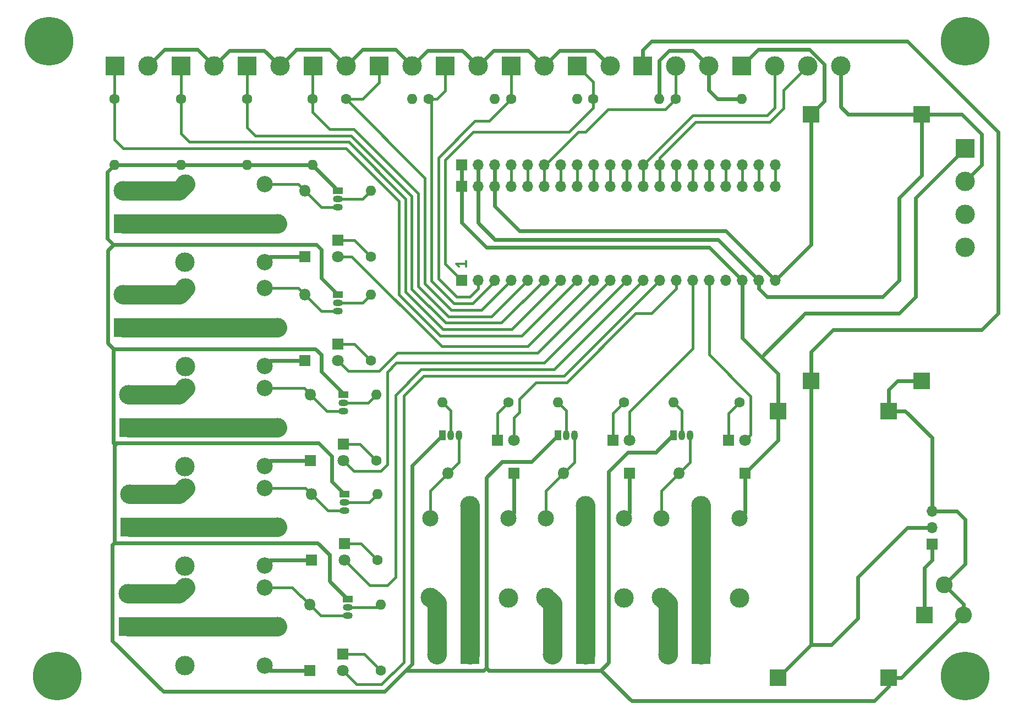
<source format=gbr>
%TF.GenerationSoftware,KiCad,Pcbnew,8.0.1*%
%TF.CreationDate,2024-04-18T20:35:38+03:00*%
%TF.ProjectId,oxygen_harvester,6f787967-656e-45f6-9861-727665737465,rev?*%
%TF.SameCoordinates,Original*%
%TF.FileFunction,Copper,L1,Top*%
%TF.FilePolarity,Positive*%
%FSLAX46Y46*%
G04 Gerber Fmt 4.6, Leading zero omitted, Abs format (unit mm)*
G04 Created by KiCad (PCBNEW 8.0.1) date 2024-04-18 20:35:38*
%MOMM*%
%LPD*%
G01*
G04 APERTURE LIST*
%ADD10C,0.300000*%
%TA.AperFunction,NonConductor*%
%ADD11C,0.300000*%
%TD*%
%TA.AperFunction,ComponentPad*%
%ADD12R,1.050000X1.500000*%
%TD*%
%TA.AperFunction,ComponentPad*%
%ADD13O,1.050000X1.500000*%
%TD*%
%TA.AperFunction,ComponentPad*%
%ADD14C,1.600000*%
%TD*%
%TA.AperFunction,ComponentPad*%
%ADD15O,1.600000X1.600000*%
%TD*%
%TA.AperFunction,ComponentPad*%
%ADD16C,3.000000*%
%TD*%
%TA.AperFunction,ComponentPad*%
%ADD17C,2.500000*%
%TD*%
%TA.AperFunction,ComponentPad*%
%ADD18R,3.000000X3.000000*%
%TD*%
%TA.AperFunction,ComponentPad*%
%ADD19R,2.600000X2.600000*%
%TD*%
%TA.AperFunction,ComponentPad*%
%ADD20C,2.600000*%
%TD*%
%TA.AperFunction,ComponentPad*%
%ADD21C,7.500000*%
%TD*%
%TA.AperFunction,ComponentPad*%
%ADD22R,1.800000X1.800000*%
%TD*%
%TA.AperFunction,ComponentPad*%
%ADD23C,1.800000*%
%TD*%
%TA.AperFunction,ComponentPad*%
%ADD24R,1.700000X1.700000*%
%TD*%
%TA.AperFunction,ComponentPad*%
%ADD25O,1.700000X1.700000*%
%TD*%
%TA.AperFunction,ComponentPad*%
%ADD26R,1.500000X1.050000*%
%TD*%
%TA.AperFunction,ComponentPad*%
%ADD27O,1.500000X1.050000*%
%TD*%
%TA.AperFunction,ComponentPad*%
%ADD28O,1.800000X1.800000*%
%TD*%
%TA.AperFunction,ComponentPad*%
%ADD29R,2.500000X2.500000*%
%TD*%
%TA.AperFunction,Conductor*%
%ADD30C,0.600000*%
%TD*%
%TA.AperFunction,Conductor*%
%ADD31C,0.400000*%
%TD*%
%TA.AperFunction,Conductor*%
%ADD32C,3.000000*%
%TD*%
G04 APERTURE END LIST*
D10*
D11*
X146728328Y-83391427D02*
X146728328Y-84248570D01*
X146728328Y-83819999D02*
X145228328Y-83819999D01*
X145228328Y-83819999D02*
X145442614Y-83962856D01*
X145442614Y-83962856D02*
X145585471Y-84105713D01*
X145585471Y-84105713D02*
X145656900Y-84248570D01*
D12*
%TO.P,Q7,1,E*%
%TO.N,GND*%
X160880000Y-110240000D03*
D13*
%TO.P,Q7,2,B*%
%TO.N,Net-(Q7-B)*%
X162150000Y-110240000D03*
%TO.P,Q7,3,C*%
%TO.N,Net-(D11-A)*%
X163420000Y-110240000D03*
%TD*%
D14*
%TO.P,R13,1*%
%TO.N,Float_Chamber4_min*%
X102870000Y-58420000D03*
D15*
%TO.P,R13,2*%
%TO.N,GND*%
X102870000Y-68580000D03*
%TD*%
D16*
%TO.P,K7,1*%
%TO.N,Net-(J14-Pin_1)*%
X165100000Y-121040000D03*
D17*
%TO.P,K7,2*%
%TO.N,Net-(D11-A)*%
X159050000Y-122990000D03*
D16*
%TO.P,K7,3*%
%TO.N,Net-(J14-Pin_2)*%
X159050000Y-135190000D03*
%TO.P,K7,4*%
%TO.N,unconnected-(K7-Pad4)*%
X171100000Y-135240000D03*
D17*
%TO.P,K7,5*%
%TO.N,+5V*%
X171050000Y-122990000D03*
%TD*%
D16*
%TO.P,K6,1*%
%TO.N,Net-(J13-Pin_1)*%
X147320000Y-121040000D03*
D17*
%TO.P,K6,2*%
%TO.N,Net-(D10-A)*%
X141270000Y-122990000D03*
D16*
%TO.P,K6,3*%
%TO.N,Net-(J13-Pin_2)*%
X141270000Y-135190000D03*
%TO.P,K6,4*%
%TO.N,unconnected-(K6-Pad4)*%
X153320000Y-135240000D03*
D17*
%TO.P,K6,5*%
%TO.N,+5V*%
X153270000Y-122990000D03*
%TD*%
D18*
%TO.P,J17,1,Pin_1*%
%TO.N,Float_Chamber2_min*%
X143510000Y-53340000D03*
D16*
%TO.P,J17,2,Pin_2*%
%TO.N,+3V3*%
X148590000Y-53340000D03*
%TD*%
D19*
%TO.P,J1,1*%
%TO.N,Net-(SW1-A)*%
X217320000Y-137910000D03*
D20*
%TO.P,J1,2*%
%TO.N,GND*%
X223320000Y-137910000D03*
%TO.P,J1,3*%
X220320000Y-133210000D03*
%TD*%
D18*
%TO.P,J12,1,Pin_1*%
%TO.N,Net-(J12-Pin_1)*%
X94740000Y-139700000D03*
D16*
%TO.P,J12,2,Pin_2*%
%TO.N,Net-(J12-Pin_2)*%
X94740000Y-134620000D03*
%TD*%
D21*
%TO.P,H4,1*%
%TO.N,N/C*%
X82550000Y-49530000D03*
%TD*%
D22*
%TO.P,D14,1,K*%
%TO.N,Net-(D14-K)*%
X151560000Y-111000000D03*
D23*
%TO.P,D14,2,A*%
%TO.N,Solenoid2_Output*%
X154100000Y-111000000D03*
%TD*%
D18*
%TO.P,J11,1,Pin_1*%
%TO.N,Net-(J11-Pin_1)*%
X95030000Y-124370000D03*
D16*
%TO.P,J11,2,Pin_2*%
%TO.N,Net-(J11-Pin_2)*%
X95030000Y-119290000D03*
%TD*%
D14*
%TO.P,R2,1*%
%TO.N,Net-(D5-K)*%
X132080000Y-82660000D03*
D15*
%TO.P,R2,2*%
%TO.N,Net-(Q1-B)*%
X132080000Y-72500000D03*
%TD*%
D21*
%TO.P,H2,1*%
%TO.N,N/C*%
X83820000Y-147320000D03*
%TD*%
D24*
%TO.P,J2,1,Pin_1*%
%TO.N,Float_Chamber1_min*%
X146055000Y-86360000D03*
D25*
%TO.P,J2,2,Pin_2*%
%TO.N,Float_Chamber1_max*%
X148595000Y-86360000D03*
%TO.P,J2,3,Pin_3*%
%TO.N,Float_Chamber2_min*%
X151135000Y-86360000D03*
%TO.P,J2,4,Pin_4*%
%TO.N,Float_Chamber2_max*%
X153675000Y-86360000D03*
%TO.P,J2,5,Pin_5*%
%TO.N,Float_Chamber3_min*%
X156215000Y-86360000D03*
%TO.P,J2,6,Pin_6*%
%TO.N,Float_Chamber3_max*%
X158755000Y-86360000D03*
%TO.P,J2,7,Pin_7*%
%TO.N,Float_Chamber4_min*%
X161295000Y-86360000D03*
%TO.P,J2,8,Pin_8*%
%TO.N,Float_Chamber4_max*%
X163835000Y-86360000D03*
%TO.P,J2,9,Pin_9*%
%TO.N,Electrode1_Output*%
X166375000Y-86360000D03*
%TO.P,J2,10,Pin_10*%
%TO.N,Electrode2_Output*%
X168915000Y-86360000D03*
%TO.P,J2,11,Pin_11*%
%TO.N,Electrode3_Output*%
X171455000Y-86360000D03*
%TO.P,J2,12,Pin_12*%
%TO.N,Electrode4_Output*%
X173995000Y-86360000D03*
%TO.P,J2,13,Pin_13*%
%TO.N,Solenoid1_Output*%
X176535000Y-86360000D03*
%TO.P,J2,14,Pin_14*%
%TO.N,Solenoid2_Output*%
X179075000Y-86360000D03*
%TO.P,J2,15,Pin_15*%
%TO.N,Solenoid3_Output*%
X181615000Y-86360000D03*
%TO.P,J2,16,Pin_16*%
%TO.N,Solenoid4_Output*%
X184155000Y-86360000D03*
%TO.P,J2,17,Pin_17*%
%TO.N,OLED_SDA*%
X186695000Y-86360000D03*
%TO.P,J2,18,Pin_18*%
%TO.N,+5V*%
X189235000Y-86360000D03*
%TO.P,J2,19,Pin_19*%
%TO.N,GND*%
X191775000Y-86360000D03*
%TO.P,J2,20,Pin_20*%
%TO.N,+3V3*%
X194315000Y-86360000D03*
%TD*%
D21*
%TO.P,H3,1*%
%TO.N,N/C*%
X223520000Y-49530000D03*
%TD*%
D14*
%TO.P,R1,1*%
%TO.N,Gas_Pressure_Out*%
X178990000Y-58420000D03*
D15*
%TO.P,R1,2*%
%TO.N,GND*%
X189150000Y-58420000D03*
%TD*%
D26*
%TO.P,Q3,1,E*%
%TO.N,GND*%
X127880000Y-103940000D03*
D27*
%TO.P,Q3,2,B*%
%TO.N,Net-(Q3-B)*%
X127880000Y-105210000D03*
%TO.P,Q3,3,C*%
%TO.N,Net-(D3-A)*%
X127880000Y-106480000D03*
%TD*%
D18*
%TO.P,J20,1,Pin_1*%
%TO.N,Float_Chamber1_max*%
X153670000Y-53340000D03*
D16*
%TO.P,J20,2,Pin_2*%
%TO.N,+3V3*%
X158750000Y-53340000D03*
%TD*%
D18*
%TO.P,J9,1,Pin_1*%
%TO.N,Net-(J9-Pin_1)*%
X94000000Y-93610000D03*
D16*
%TO.P,J9,2,Pin_2*%
%TO.N,Net-(J9-Pin_2)*%
X94000000Y-88530000D03*
%TD*%
D22*
%TO.P,D5,1,K*%
%TO.N,Net-(D5-K)*%
X127000000Y-80120000D03*
D23*
%TO.P,D5,2,A*%
%TO.N,Electrode1_Output*%
X127000000Y-82660000D03*
%TD*%
D16*
%TO.P,K2,1*%
%TO.N,Net-(J9-Pin_1)*%
X117740000Y-93610000D03*
D17*
%TO.P,K2,2*%
%TO.N,Net-(D2-A)*%
X115790000Y-87560000D03*
D16*
%TO.P,K2,3*%
%TO.N,Net-(J9-Pin_2)*%
X103590000Y-87560000D03*
%TO.P,K2,4*%
%TO.N,unconnected-(K2-Pad4)*%
X103540000Y-99610000D03*
D17*
%TO.P,K2,5*%
%TO.N,+5V*%
X115790000Y-99560000D03*
%TD*%
D26*
%TO.P,Q4,1,E*%
%TO.N,GND*%
X128050000Y-119290000D03*
D27*
%TO.P,Q4,2,B*%
%TO.N,Net-(Q4-B)*%
X128050000Y-120560000D03*
%TO.P,Q4,3,C*%
%TO.N,Net-(D4-A)*%
X128050000Y-121830000D03*
%TD*%
D14*
%TO.P,R3,1*%
%TO.N,Net-(D6-K)*%
X132100000Y-98690000D03*
D15*
%TO.P,R3,2*%
%TO.N,Net-(Q2-B)*%
X132100000Y-88530000D03*
%TD*%
D22*
%TO.P,D16,1,K*%
%TO.N,Net-(D16-K)*%
X187120000Y-111000000D03*
D23*
%TO.P,D16,2,A*%
%TO.N,Solenoid4_Output*%
X189660000Y-111000000D03*
%TD*%
D14*
%TO.P,R17,1*%
%TO.N,Float_Chamber4_max*%
X92630000Y-58420000D03*
D15*
%TO.P,R17,2*%
%TO.N,GND*%
X92630000Y-68580000D03*
%TD*%
D14*
%TO.P,R12,1*%
%TO.N,Float_Chamber3_min*%
X123110000Y-58420000D03*
D15*
%TO.P,R12,2*%
%TO.N,GND*%
X123110000Y-68580000D03*
%TD*%
D24*
%TO.P,SW1,1,A*%
%TO.N,Net-(SW1-A)*%
X218440000Y-127000000D03*
D25*
%TO.P,SW1,2,B*%
%TO.N,+24V*%
X218440000Y-124460000D03*
%TO.P,SW1,3,C*%
%TO.N,GND*%
X218440000Y-121920000D03*
%TD*%
D14*
%TO.P,R16,1*%
%TO.N,Float_Chamber3_max*%
X113030000Y-58420000D03*
D15*
%TO.P,R16,2*%
%TO.N,GND*%
X113030000Y-68580000D03*
%TD*%
D22*
%TO.P,D8,1,K*%
%TO.N,Net-(D8-K)*%
X128050000Y-126910000D03*
D23*
%TO.P,D8,2,A*%
%TO.N,Electrode4_Output*%
X128050000Y-129450000D03*
%TD*%
D22*
%TO.P,D7,1,K*%
%TO.N,Net-(D7-K)*%
X127880000Y-111560000D03*
D23*
%TO.P,D7,2,A*%
%TO.N,Electrode3_Output*%
X127880000Y-114100000D03*
%TD*%
D14*
%TO.P,R11,1*%
%TO.N,Float_Chamber2_min*%
X140970000Y-58420000D03*
D15*
%TO.P,R11,2*%
%TO.N,GND*%
X151130000Y-58420000D03*
%TD*%
D18*
%TO.P,J15,1,Pin_1*%
%TO.N,Net-(J15-Pin_1)*%
X182880000Y-144020000D03*
D16*
%TO.P,J15,2,Pin_2*%
%TO.N,Net-(J15-Pin_2)*%
X177800000Y-144020000D03*
%TD*%
%TO.P,K4,1*%
%TO.N,Net-(J11-Pin_1)*%
X117720000Y-124370000D03*
D17*
%TO.P,K4,2*%
%TO.N,Net-(D4-A)*%
X115770000Y-118320000D03*
D16*
%TO.P,K4,3*%
%TO.N,Net-(J11-Pin_2)*%
X103570000Y-118320000D03*
%TO.P,K4,4*%
%TO.N,unconnected-(K4-Pad4)*%
X103520000Y-130370000D03*
D17*
%TO.P,K4,5*%
%TO.N,+5V*%
X115770000Y-130320000D03*
%TD*%
D14*
%TO.P,R4,1*%
%TO.N,Net-(D7-K)*%
X132960000Y-114100000D03*
D15*
%TO.P,R4,2*%
%TO.N,Net-(Q3-B)*%
X132960000Y-103940000D03*
%TD*%
D18*
%TO.P,J23,1,Pin_1*%
%TO.N,Float_Chamber4_max*%
X92710000Y-53340000D03*
D16*
%TO.P,J23,2,Pin_2*%
%TO.N,+3V3*%
X97790000Y-53340000D03*
%TD*%
D18*
%TO.P,J10,1,Pin_1*%
%TO.N,Net-(J10-Pin_1)*%
X94860000Y-109020000D03*
D16*
%TO.P,J10,2,Pin_2*%
%TO.N,Net-(J10-Pin_2)*%
X94860000Y-103940000D03*
%TD*%
D14*
%TO.P,R5,1*%
%TO.N,Net-(D8-K)*%
X133130000Y-129450000D03*
D15*
%TO.P,R5,2*%
%TO.N,Net-(Q4-B)*%
X133130000Y-119290000D03*
%TD*%
D18*
%TO.P,J18,1,Pin_1*%
%TO.N,Float_Chamber3_min*%
X123190000Y-53340000D03*
D16*
%TO.P,J18,2,Pin_2*%
%TO.N,+3V3*%
X128270000Y-53340000D03*
%TD*%
D22*
%TO.P,D1,1,K*%
%TO.N,+5V*%
X121920000Y-82660000D03*
D28*
%TO.P,D1,2,A*%
%TO.N,Net-(D1-A)*%
X121920000Y-72500000D03*
%TD*%
D18*
%TO.P,J19,1,Pin_1*%
%TO.N,Float_Chamber4_min*%
X102870000Y-53340000D03*
D16*
%TO.P,J19,2,Pin_2*%
%TO.N,+3V3*%
X107950000Y-53340000D03*
%TD*%
D12*
%TO.P,Q6,1,E*%
%TO.N,GND*%
X143100000Y-110240000D03*
D13*
%TO.P,Q6,2,B*%
%TO.N,Net-(Q6-B)*%
X144370000Y-110240000D03*
%TO.P,Q6,3,C*%
%TO.N,Net-(D10-A)*%
X145640000Y-110240000D03*
%TD*%
D14*
%TO.P,R9,1*%
%TO.N,Net-(D16-K)*%
X188820000Y-105160000D03*
D15*
%TO.P,R9,2*%
%TO.N,Net-(Q8-B)*%
X178660000Y-105160000D03*
%TD*%
D29*
%TO.P,U1,1,IN+*%
%TO.N,+24V*%
X199805000Y-101810000D03*
%TO.P,U1,2,IN-*%
%TO.N,GND*%
X216865000Y-101810000D03*
%TO.P,U1,3,OUT+*%
%TO.N,+3V3*%
X199805000Y-60750000D03*
%TO.P,U1,4,OUT-*%
%TO.N,GND*%
X216865000Y-60750000D03*
%TD*%
D24*
%TO.P,J4,1,Pin_1*%
%TO.N,+5V*%
X146060000Y-71860000D03*
D25*
%TO.P,J4,2,Pin_2*%
%TO.N,GND*%
X148600000Y-71860000D03*
%TO.P,J4,3,Pin_3*%
%TO.N,+3V3*%
X151140000Y-71860000D03*
%TO.P,J4,4,Pin_4*%
%TO.N,OLED_SCL*%
X153680000Y-71860000D03*
%TO.P,J4,5,Pin_5*%
%TO.N,/general_layout/PB2*%
X156220000Y-71860000D03*
%TO.P,J4,6,Pin_6*%
%TO.N,Gas_Pressure_Out*%
X158760000Y-71860000D03*
%TO.P,J4,7,Pin_7*%
%TO.N,/general_layout/PB0*%
X161300000Y-71860000D03*
%TO.P,J4,8,Pin_8*%
%TO.N,/general_layout/PA7*%
X163840000Y-71860000D03*
%TO.P,J4,9,Pin_9*%
%TO.N,/general_layout/PA6*%
X166380000Y-71860000D03*
%TO.P,J4,10,Pin_10*%
%TO.N,/general_layout/PA5*%
X168920000Y-71860000D03*
%TO.P,J4,11,Pin_11*%
%TO.N,/general_layout/PA4*%
X171460000Y-71860000D03*
%TO.P,J4,12,Pin_12*%
%TO.N,Gas_Flowrate_Tx*%
X174000000Y-71860000D03*
%TO.P,J4,13,Pin_13*%
%TO.N,Gas_Flowrate_Rx*%
X176540000Y-71860000D03*
%TO.P,J4,14,Pin_14*%
%TO.N,/general_layout/PA1*%
X179080000Y-71860000D03*
%TO.P,J4,15,Pin_15*%
%TO.N,/general_layout/PA0*%
X181620000Y-71860000D03*
%TO.P,J4,16,Pin_16*%
%TO.N,/general_layout/NRST*%
X184160000Y-71860000D03*
%TO.P,J4,17,Pin_17*%
%TO.N,/general_layout/PC15*%
X186700000Y-71860000D03*
%TO.P,J4,18,Pin_18*%
%TO.N,/general_layout/PC14*%
X189240000Y-71860000D03*
%TO.P,J4,19,Pin_19*%
%TO.N,/general_layout/PC13*%
X191780000Y-71860000D03*
%TO.P,J4,20,Pin_20*%
%TO.N,/general_layout/VB*%
X194320000Y-71860000D03*
%TD*%
D14*
%TO.P,R14,1*%
%TO.N,Float_Chamber1_max*%
X153670000Y-58420000D03*
D15*
%TO.P,R14,2*%
%TO.N,GND*%
X163830000Y-58420000D03*
%TD*%
D18*
%TO.P,J13,1,Pin_1*%
%TO.N,Net-(J13-Pin_1)*%
X147320000Y-144020000D03*
D16*
%TO.P,J13,2,Pin_2*%
%TO.N,Net-(J13-Pin_2)*%
X142240000Y-144020000D03*
%TD*%
D22*
%TO.P,D4,1,K*%
%TO.N,+5V*%
X122970000Y-129450000D03*
D28*
%TO.P,D4,2,A*%
%TO.N,Net-(D4-A)*%
X122970000Y-119290000D03*
%TD*%
D14*
%TO.P,R15,1*%
%TO.N,Float_Chamber2_max*%
X128270000Y-58420000D03*
D15*
%TO.P,R15,2*%
%TO.N,GND*%
X138430000Y-58420000D03*
%TD*%
D18*
%TO.P,J5,1,Pin_1*%
%TO.N,+5V*%
X223520000Y-66040000D03*
D16*
%TO.P,J5,2,Pin_2*%
%TO.N,GND*%
X223520000Y-71120000D03*
%TO.P,J5,3,Pin_3*%
%TO.N,OLED_SCL*%
X223520000Y-76200000D03*
%TO.P,J5,4,Pin_4*%
%TO.N,OLED_SDA*%
X223520000Y-81280000D03*
%TD*%
D14*
%TO.P,R7,1*%
%TO.N,Net-(D14-K)*%
X153260000Y-105160000D03*
D15*
%TO.P,R7,2*%
%TO.N,Net-(Q6-B)*%
X143100000Y-105160000D03*
%TD*%
D18*
%TO.P,J22,1,Pin_1*%
%TO.N,Float_Chamber3_max*%
X113030000Y-53340000D03*
D16*
%TO.P,J22,2,Pin_2*%
%TO.N,+3V3*%
X118110000Y-53340000D03*
%TD*%
%TO.P,K1,1*%
%TO.N,Net-(J8-Pin_1)*%
X117720000Y-77580000D03*
D17*
%TO.P,K1,2*%
%TO.N,Net-(D1-A)*%
X115770000Y-71530000D03*
D16*
%TO.P,K1,3*%
%TO.N,Net-(J8-Pin_2)*%
X103570000Y-71530000D03*
%TO.P,K1,4*%
%TO.N,unconnected-(K1-Pad4)*%
X103520000Y-83580000D03*
D17*
%TO.P,K1,5*%
%TO.N,+5V*%
X115770000Y-83530000D03*
%TD*%
D26*
%TO.P,Q1,1,E*%
%TO.N,GND*%
X127000000Y-72500000D03*
D27*
%TO.P,Q1,2,B*%
%TO.N,Net-(Q1-B)*%
X127000000Y-73770000D03*
%TO.P,Q1,3,C*%
%TO.N,Net-(D1-A)*%
X127000000Y-75040000D03*
%TD*%
D18*
%TO.P,J16,1,Pin_1*%
%TO.N,Float_Chamber1_min*%
X163830000Y-53340000D03*
D16*
%TO.P,J16,2,Pin_2*%
%TO.N,+3V3*%
X168910000Y-53340000D03*
%TD*%
D18*
%TO.P,J14,1,Pin_1*%
%TO.N,Net-(J14-Pin_1)*%
X165100000Y-144020000D03*
D16*
%TO.P,J14,2,Pin_2*%
%TO.N,Net-(J14-Pin_2)*%
X160020000Y-144020000D03*
%TD*%
D18*
%TO.P,J8,1,Pin_1*%
%TO.N,Net-(J8-Pin_1)*%
X93980000Y-77580000D03*
D16*
%TO.P,J8,2,Pin_2*%
%TO.N,Net-(J8-Pin_2)*%
X93980000Y-72500000D03*
%TD*%
D18*
%TO.P,J6,1,Pin_1*%
%TO.N,+24V*%
X173910000Y-53340000D03*
D16*
%TO.P,J6,2,Pin_2*%
%TO.N,Gas_Pressure_Out*%
X178990000Y-53340000D03*
%TO.P,J6,3,Pin_3*%
%TO.N,GND*%
X184070000Y-53340000D03*
%TD*%
D22*
%TO.P,D15,1,K*%
%TO.N,Net-(D15-K)*%
X169340000Y-111000000D03*
D23*
%TO.P,D15,2,A*%
%TO.N,Solenoid3_Output*%
X171880000Y-111000000D03*
%TD*%
D14*
%TO.P,R6,1*%
%TO.N,Net-(D13-K)*%
X133600000Y-146480000D03*
D15*
%TO.P,R6,2*%
%TO.N,Net-(Q5-B)*%
X133600000Y-136320000D03*
%TD*%
D22*
%TO.P,D13,1,K*%
%TO.N,Net-(D13-K)*%
X127760000Y-143940000D03*
D23*
%TO.P,D13,2,A*%
%TO.N,Solenoid1_Output*%
X127760000Y-146480000D03*
%TD*%
D16*
%TO.P,K8,1*%
%TO.N,Net-(J15-Pin_1)*%
X182880000Y-121040000D03*
D17*
%TO.P,K8,2*%
%TO.N,Net-(D12-A)*%
X176830000Y-122990000D03*
D16*
%TO.P,K8,3*%
%TO.N,Net-(J15-Pin_2)*%
X176830000Y-135190000D03*
%TO.P,K8,4*%
%TO.N,unconnected-(K8-Pad4)*%
X188880000Y-135240000D03*
D17*
%TO.P,K8,5*%
%TO.N,+5V*%
X188830000Y-122990000D03*
%TD*%
D29*
%TO.P,U2,1,IN+*%
%TO.N,+24V*%
X194725000Y-147530000D03*
%TO.P,U2,2,IN-*%
%TO.N,GND*%
X211785000Y-147530000D03*
%TO.P,U2,3,OUT+*%
%TO.N,+5V*%
X194725000Y-106470000D03*
%TO.P,U2,4,OUT-*%
%TO.N,GND*%
X211785000Y-106470000D03*
%TD*%
D22*
%TO.P,D3,1,K*%
%TO.N,+5V*%
X122800000Y-114100000D03*
D28*
%TO.P,D3,2,A*%
%TO.N,Net-(D3-A)*%
X122800000Y-103940000D03*
%TD*%
D16*
%TO.P,K5,1*%
%TO.N,Net-(J12-Pin_1)*%
X117720000Y-139700000D03*
D17*
%TO.P,K5,2*%
%TO.N,Net-(D9-A)*%
X115770000Y-133650000D03*
D16*
%TO.P,K5,3*%
%TO.N,Net-(J12-Pin_2)*%
X103570000Y-133650000D03*
%TO.P,K5,4*%
%TO.N,unconnected-(K5-Pad4)*%
X103520000Y-145700000D03*
D17*
%TO.P,K5,5*%
%TO.N,+5V*%
X115770000Y-145650000D03*
%TD*%
D18*
%TO.P,J7,1,Pin_1*%
%TO.N,+3V3*%
X189150000Y-53340000D03*
D16*
%TO.P,J7,2,Pin_2*%
%TO.N,Gas_Flowrate_Tx*%
X194230000Y-53340000D03*
%TO.P,J7,3,Pin_3*%
%TO.N,Gas_Flowrate_Rx*%
X199310000Y-53340000D03*
%TO.P,J7,4,Pin_4*%
%TO.N,GND*%
X204390000Y-53340000D03*
%TD*%
D18*
%TO.P,J21,1,Pin_1*%
%TO.N,Float_Chamber2_max*%
X133350000Y-53340000D03*
D16*
%TO.P,J21,2,Pin_2*%
%TO.N,+3V3*%
X138430000Y-53340000D03*
%TD*%
D22*
%TO.P,D6,1,K*%
%TO.N,Net-(D6-K)*%
X127020000Y-96150000D03*
D23*
%TO.P,D6,2,A*%
%TO.N,Electrode2_Output*%
X127020000Y-98690000D03*
%TD*%
D14*
%TO.P,R8,1*%
%TO.N,Net-(D15-K)*%
X171040000Y-105160000D03*
D15*
%TO.P,R8,2*%
%TO.N,Net-(Q7-B)*%
X160880000Y-105160000D03*
%TD*%
D24*
%TO.P,J3,1,Pin_1*%
%TO.N,+5V*%
X146060000Y-68580000D03*
D25*
%TO.P,J3,2,Pin_2*%
%TO.N,GND*%
X148600000Y-68580000D03*
%TO.P,J3,3,Pin_3*%
%TO.N,+3V3*%
X151140000Y-68580000D03*
%TO.P,J3,4,Pin_4*%
%TO.N,OLED_SCL*%
X153680000Y-68580000D03*
%TO.P,J3,5,Pin_5*%
%TO.N,/general_layout/PB2*%
X156220000Y-68580000D03*
%TO.P,J3,6,Pin_6*%
%TO.N,Gas_Pressure_Out*%
X158760000Y-68580000D03*
%TO.P,J3,7,Pin_7*%
%TO.N,/general_layout/PB0*%
X161300000Y-68580000D03*
%TO.P,J3,8,Pin_8*%
%TO.N,/general_layout/PA7*%
X163840000Y-68580000D03*
%TO.P,J3,9,Pin_9*%
%TO.N,/general_layout/PA6*%
X166380000Y-68580000D03*
%TO.P,J3,10,Pin_10*%
%TO.N,/general_layout/PA5*%
X168920000Y-68580000D03*
%TO.P,J3,11,Pin_11*%
%TO.N,/general_layout/PA4*%
X171460000Y-68580000D03*
%TO.P,J3,12,Pin_12*%
%TO.N,Gas_Flowrate_Tx*%
X174000000Y-68580000D03*
%TO.P,J3,13,Pin_13*%
%TO.N,Gas_Flowrate_Rx*%
X176540000Y-68580000D03*
%TO.P,J3,14,Pin_14*%
%TO.N,/general_layout/PA1*%
X179080000Y-68580000D03*
%TO.P,J3,15,Pin_15*%
%TO.N,/general_layout/PA0*%
X181620000Y-68580000D03*
%TO.P,J3,16,Pin_16*%
%TO.N,/general_layout/NRST*%
X184160000Y-68580000D03*
%TO.P,J3,17,Pin_17*%
%TO.N,/general_layout/PC15*%
X186700000Y-68580000D03*
%TO.P,J3,18,Pin_18*%
%TO.N,/general_layout/PC14*%
X189240000Y-68580000D03*
%TO.P,J3,19,Pin_19*%
%TO.N,/general_layout/PC13*%
X191780000Y-68580000D03*
%TO.P,J3,20,Pin_20*%
%TO.N,/general_layout/VB*%
X194320000Y-68580000D03*
%TD*%
D21*
%TO.P,H1,1*%
%TO.N,N/C*%
X223520000Y-147320000D03*
%TD*%
D22*
%TO.P,D12,1,K*%
%TO.N,+5V*%
X189660000Y-116080000D03*
D28*
%TO.P,D12,2,A*%
%TO.N,Net-(D12-A)*%
X179500000Y-116080000D03*
%TD*%
D22*
%TO.P,D11,1,K*%
%TO.N,+5V*%
X171880000Y-116080000D03*
D28*
%TO.P,D11,2,A*%
%TO.N,Net-(D11-A)*%
X161720000Y-116080000D03*
%TD*%
D12*
%TO.P,Q8,1,E*%
%TO.N,GND*%
X178660000Y-110240000D03*
D13*
%TO.P,Q8,2,B*%
%TO.N,Net-(Q8-B)*%
X179930000Y-110240000D03*
%TO.P,Q8,3,C*%
%TO.N,Net-(D12-A)*%
X181200000Y-110240000D03*
%TD*%
D22*
%TO.P,D10,1,K*%
%TO.N,+5V*%
X154100000Y-116080000D03*
D28*
%TO.P,D10,2,A*%
%TO.N,Net-(D10-A)*%
X143940000Y-116080000D03*
%TD*%
D26*
%TO.P,Q5,1,E*%
%TO.N,GND*%
X128520000Y-135480000D03*
D27*
%TO.P,Q5,2,B*%
%TO.N,Net-(Q5-B)*%
X128520000Y-136750000D03*
%TO.P,Q5,3,C*%
%TO.N,Net-(D9-A)*%
X128520000Y-138020000D03*
%TD*%
D16*
%TO.P,K3,1*%
%TO.N,Net-(J10-Pin_1)*%
X117720000Y-109020000D03*
D17*
%TO.P,K3,2*%
%TO.N,Net-(D3-A)*%
X115770000Y-102970000D03*
D16*
%TO.P,K3,3*%
%TO.N,Net-(J10-Pin_2)*%
X103570000Y-102970000D03*
%TO.P,K3,4*%
%TO.N,unconnected-(K3-Pad4)*%
X103520000Y-115020000D03*
D17*
%TO.P,K3,5*%
%TO.N,+5V*%
X115770000Y-114970000D03*
%TD*%
D14*
%TO.P,R10,1*%
%TO.N,Float_Chamber1_min*%
X166290000Y-58420000D03*
D15*
%TO.P,R10,2*%
%TO.N,GND*%
X176450000Y-58420000D03*
%TD*%
D22*
%TO.P,D9,1,K*%
%TO.N,+5V*%
X122680000Y-146480000D03*
D28*
%TO.P,D9,2,A*%
%TO.N,Net-(D9-A)*%
X122680000Y-136320000D03*
%TD*%
D22*
%TO.P,D2,1,K*%
%TO.N,+5V*%
X121940000Y-98690000D03*
D28*
%TO.P,D2,2,A*%
%TO.N,Net-(D2-A)*%
X121940000Y-88530000D03*
%TD*%
D26*
%TO.P,Q2,1,E*%
%TO.N,GND*%
X127020000Y-88530000D03*
D27*
%TO.P,Q2,2,B*%
%TO.N,Net-(Q2-B)*%
X127020000Y-89800000D03*
%TO.P,Q2,3,C*%
%TO.N,Net-(D2-A)*%
X127020000Y-91070000D03*
%TD*%
D30*
%TO.N,+5V*%
X122970000Y-129450000D02*
X116640000Y-129450000D01*
X171880000Y-122160000D02*
X171050000Y-122990000D01*
X184155000Y-81280000D02*
X149860000Y-81280000D01*
X215900000Y-73660000D02*
X215900000Y-88900000D01*
X116600000Y-146480000D02*
X115770000Y-145650000D01*
X116640000Y-129450000D02*
X115770000Y-130320000D01*
X213360000Y-91440000D02*
X198950000Y-91440000D01*
X146060000Y-68580000D02*
X146060000Y-71860000D01*
X198950000Y-91440000D02*
X192185000Y-98205000D01*
X194725000Y-103930000D02*
X194725000Y-111015000D01*
X189660000Y-116080000D02*
X189660000Y-122160000D01*
X194725000Y-100745000D02*
X192185000Y-98205000D01*
X121920000Y-82660000D02*
X116640000Y-82660000D01*
X171880000Y-116080000D02*
X171880000Y-122160000D01*
X154100000Y-116080000D02*
X154100000Y-122160000D01*
X116640000Y-114100000D02*
X115770000Y-114970000D01*
X189235000Y-95255000D02*
X189235000Y-86360000D01*
X121940000Y-98690000D02*
X116660000Y-98690000D01*
X194725000Y-111015000D02*
X189660000Y-116080000D01*
X189660000Y-122160000D02*
X188830000Y-122990000D01*
X192185000Y-98205000D02*
X189235000Y-95255000D01*
X189235000Y-86360000D02*
X184155000Y-81280000D01*
X223520000Y-66040000D02*
X215900000Y-73660000D01*
X154100000Y-122160000D02*
X153270000Y-122990000D01*
X215900000Y-88900000D02*
X213360000Y-91440000D01*
X149860000Y-81280000D02*
X146060000Y-77480000D01*
X146060000Y-77480000D02*
X146060000Y-71860000D01*
X122800000Y-114100000D02*
X116640000Y-114100000D01*
X122680000Y-146480000D02*
X116600000Y-146480000D01*
X116660000Y-98690000D02*
X115790000Y-99560000D01*
X116640000Y-82660000D02*
X115770000Y-83530000D01*
X194725000Y-103930000D02*
X194725000Y-100745000D01*
D31*
%TO.N,Net-(D1-A)*%
X127000000Y-75040000D02*
X124460000Y-75040000D01*
X115770000Y-71530000D02*
X120950000Y-71530000D01*
X120950000Y-71530000D02*
X121920000Y-72500000D01*
X124460000Y-75040000D02*
X121920000Y-72500000D01*
%TO.N,Net-(D2-A)*%
X120970000Y-87560000D02*
X121940000Y-88530000D01*
X115790000Y-87560000D02*
X120970000Y-87560000D01*
X124480000Y-91070000D02*
X121940000Y-88530000D01*
X127020000Y-91070000D02*
X124480000Y-91070000D01*
%TO.N,Net-(D3-A)*%
X115770000Y-102970000D02*
X121830000Y-102970000D01*
X125340000Y-106480000D02*
X122800000Y-103940000D01*
X121830000Y-102970000D02*
X122800000Y-103940000D01*
X127880000Y-106480000D02*
X125340000Y-106480000D01*
%TO.N,Net-(D4-A)*%
X115770000Y-118320000D02*
X122000000Y-118320000D01*
X122000000Y-118320000D02*
X122970000Y-119290000D01*
X125510000Y-121830000D02*
X122970000Y-119290000D01*
X128050000Y-121830000D02*
X125510000Y-121830000D01*
%TO.N,Net-(D5-K)*%
X129540000Y-80120000D02*
X132080000Y-82660000D01*
X127000000Y-80120000D02*
X129540000Y-80120000D01*
%TO.N,Electrode1_Output*%
X127000000Y-82660000D02*
X129161240Y-82660000D01*
X143021240Y-96520000D02*
X156215000Y-96520000D01*
X156215000Y-96520000D02*
X166375000Y-86360000D01*
X129161240Y-82660000D02*
X143021240Y-96520000D01*
%TO.N,Net-(D6-K)*%
X129560000Y-96150000D02*
X132100000Y-98690000D01*
X127020000Y-96150000D02*
X129560000Y-96150000D01*
%TO.N,Electrode2_Output*%
X136160481Y-97519519D02*
X157755481Y-97519519D01*
X133390489Y-100289511D02*
X136160481Y-97519519D01*
X127020000Y-98690000D02*
X128619511Y-100289511D01*
X157755481Y-97519519D02*
X168915000Y-86360000D01*
X128619511Y-100289511D02*
X133390489Y-100289511D01*
%TO.N,Net-(D7-K)*%
X130420000Y-111560000D02*
X132960000Y-114100000D01*
X127880000Y-111560000D02*
X130420000Y-111560000D01*
%TO.N,Electrode3_Output*%
X134620000Y-114702051D02*
X134620000Y-105410000D01*
X129479511Y-115699511D02*
X133622540Y-115699511D01*
X136033534Y-99060000D02*
X158750000Y-99060000D01*
X134620000Y-105410000D02*
X134620000Y-100473534D01*
X127880000Y-114100000D02*
X129479511Y-115699511D01*
X133622540Y-115699511D02*
X134620000Y-114702051D01*
X158755000Y-99060000D02*
X171455000Y-86360000D01*
X134620000Y-100473534D02*
X136033534Y-99060000D01*
%TO.N,Net-(D8-K)*%
X128050000Y-126910000D02*
X130590000Y-126910000D01*
X130590000Y-126910000D02*
X133130000Y-129450000D01*
%TO.N,Electrode4_Output*%
X173995000Y-86360000D02*
X160295480Y-100059520D01*
X135890000Y-103996466D02*
X135890000Y-132080000D01*
X135890000Y-132080000D02*
X134620000Y-133350000D01*
X139826946Y-100059520D02*
X135890000Y-103996466D01*
X131950000Y-133350000D02*
X128050000Y-129450000D01*
X160295480Y-100059520D02*
X139826946Y-100059520D01*
X134620000Y-133350000D02*
X131950000Y-133350000D01*
%TO.N,Net-(D9-A)*%
X120010000Y-133650000D02*
X122680000Y-136320000D01*
X124380000Y-138020000D02*
X122680000Y-136320000D01*
X128520000Y-138020000D02*
X124380000Y-138020000D01*
X115770000Y-133650000D02*
X120010000Y-133650000D01*
%TO.N,Net-(D10-A)*%
X145640000Y-110240000D02*
X145640000Y-114380000D01*
X141270000Y-122990000D02*
X141270000Y-118750000D01*
X145640000Y-114380000D02*
X143940000Y-116080000D01*
X141270000Y-118750000D02*
X143940000Y-116080000D01*
%TO.N,Net-(D11-A)*%
X159050000Y-118750000D02*
X161720000Y-116080000D01*
X159050000Y-122990000D02*
X159050000Y-118750000D01*
X163420000Y-110240000D02*
X163420000Y-114380000D01*
X163420000Y-114380000D02*
X161720000Y-116080000D01*
%TO.N,Net-(D12-A)*%
X181200000Y-110240000D02*
X181200000Y-114380000D01*
X176830000Y-118750000D02*
X179500000Y-116080000D01*
X181200000Y-114380000D02*
X179500000Y-116080000D01*
X176830000Y-122990000D02*
X176830000Y-118750000D01*
%TO.N,Net-(D13-K)*%
X131060000Y-143940000D02*
X133600000Y-146480000D01*
X127760000Y-143940000D02*
X131060000Y-143940000D01*
%TO.N,Solenoid1_Output*%
X137160000Y-145182051D02*
X133752051Y-148590000D01*
X176535000Y-86360000D02*
X161835960Y-101059040D01*
X137160000Y-104140000D02*
X137160000Y-145182051D01*
X161835960Y-101059040D02*
X140240960Y-101059040D01*
X140240960Y-101059040D02*
X137160000Y-104140000D01*
X129870000Y-148590000D02*
X127760000Y-146480000D01*
X133752051Y-148590000D02*
X129870000Y-148590000D01*
%TO.N,Net-(D14-K)*%
X151560000Y-106860000D02*
X153260000Y-105160000D01*
X151560000Y-111000000D02*
X151560000Y-106860000D01*
%TO.N,Solenoid2_Output*%
X154940000Y-104598560D02*
X154940000Y-106680000D01*
X172868534Y-91440000D02*
X175260000Y-91440000D01*
X154940000Y-106680000D02*
X154100000Y-107520000D01*
X179075000Y-87625000D02*
X179075000Y-86360000D01*
X157480000Y-102058560D02*
X162249975Y-102058559D01*
X162249975Y-102058559D02*
X172868534Y-91440000D01*
X154100000Y-107520000D02*
X154100000Y-111000000D01*
X157480000Y-102058560D02*
X154940000Y-104598560D01*
X175260000Y-91440000D02*
X179075000Y-87625000D01*
%TO.N,Net-(D15-K)*%
X169340000Y-106860000D02*
X171040000Y-105160000D01*
X169340000Y-111000000D02*
X169340000Y-106860000D01*
%TO.N,Solenoid3_Output*%
X171880000Y-106582051D02*
X181615000Y-96847051D01*
X171880000Y-111000000D02*
X171880000Y-106582051D01*
X181615000Y-96847051D02*
X181615000Y-86360000D01*
%TO.N,Net-(D16-K)*%
X187120000Y-111000000D02*
X187120000Y-106860000D01*
X187120000Y-106860000D02*
X188820000Y-105160000D01*
%TO.N,Solenoid4_Output*%
X184155000Y-97795000D02*
X184155000Y-86360000D01*
X190560000Y-104200000D02*
X184155000Y-97795000D01*
X189660000Y-111000000D02*
X190560000Y-110100000D01*
X190560000Y-110100000D02*
X190560000Y-104200000D01*
D30*
%TO.N,GND*%
X209550000Y-151130000D02*
X211785000Y-148895000D01*
X126080489Y-117320489D02*
X127895480Y-119135480D01*
X213150000Y-101810000D02*
X211785000Y-103175000D01*
X148600000Y-77480000D02*
X148600000Y-71860000D01*
X168700489Y-115779511D02*
X168700489Y-145218533D01*
X216865000Y-101810000D02*
X213150000Y-101810000D01*
X149860000Y-146050000D02*
X149860000Y-116720978D01*
X152300489Y-114280489D02*
X156839511Y-114280489D01*
X216865000Y-70155000D02*
X216865000Y-60750000D01*
X226060000Y-68580000D02*
X223520000Y-71120000D01*
X126875480Y-72345480D02*
X127000000Y-72345480D01*
X124460000Y-81600978D02*
X124460000Y-85970000D01*
X172209982Y-151130000D02*
X209550000Y-151130000D01*
X184070000Y-57070000D02*
X184070000Y-53340000D01*
X93050498Y-111419502D02*
X92630489Y-111839511D01*
X123560489Y-96890489D02*
X124460000Y-97790000D01*
X124460000Y-100365480D02*
X127880000Y-103785480D01*
X178505480Y-110240000D02*
X175945969Y-112799511D01*
X92520009Y-80860489D02*
X123719511Y-80860489D01*
X211785000Y-148895000D02*
X211785000Y-147530000D01*
X92630489Y-126769511D02*
X92340480Y-127059520D01*
X92340480Y-127059520D02*
X92340480Y-141870480D01*
X137529520Y-146419520D02*
X149490480Y-146419520D01*
X125730000Y-132690000D02*
X128365480Y-135325480D01*
X171680489Y-112799511D02*
X168700489Y-115779511D01*
X126080489Y-113430978D02*
X126080489Y-117320489D01*
X92460480Y-96911476D02*
X92460480Y-111419502D01*
X191775000Y-87635000D02*
X191775000Y-86360000D01*
X92630000Y-68580000D02*
X91580489Y-69629511D01*
X127895480Y-119135480D02*
X128050000Y-119135480D01*
X100159520Y-149689520D02*
X134207487Y-149689520D01*
X222250000Y-121920000D02*
X223520000Y-123190000D01*
X218440000Y-121920000D02*
X222250000Y-121920000D01*
X137503503Y-146393503D02*
X137529520Y-146419520D01*
X216865000Y-70155000D02*
X213360000Y-73660000D01*
X177996089Y-50940489D02*
X181670489Y-50940489D01*
X218440000Y-121920000D02*
X218440000Y-110585000D01*
X223320000Y-137910000D02*
X223320000Y-136210000D01*
X226060000Y-63780978D02*
X223029022Y-60750000D01*
X167499502Y-146419520D02*
X172209982Y-151130000D01*
X175945969Y-112799511D02*
X171680489Y-112799511D01*
X92481467Y-96890489D02*
X123560489Y-96890489D01*
X223320000Y-136210000D02*
X220320000Y-133210000D01*
X91580489Y-69629511D02*
X91580489Y-79920969D01*
X210820000Y-88900000D02*
X193040000Y-88900000D01*
X213700000Y-147530000D02*
X223320000Y-137910000D01*
X92481467Y-96890489D02*
X92460480Y-96911476D01*
X213360000Y-86360000D02*
X210820000Y-88900000D01*
X134207487Y-149689520D02*
X137503503Y-146393503D01*
X223520000Y-130010000D02*
X220320000Y-133210000D01*
X92460480Y-111419502D02*
X93050498Y-111419502D01*
X191775000Y-86360000D02*
X185495480Y-80080480D01*
X149490480Y-146419520D02*
X149860000Y-146050000D01*
X128365480Y-135325480D02*
X128520000Y-135325480D01*
X176450000Y-58420000D02*
X176450000Y-52486578D01*
X204390000Y-59610000D02*
X204390000Y-53340000D01*
X223520000Y-123190000D02*
X223520000Y-130010000D01*
X176450000Y-52486578D02*
X177996089Y-50940489D01*
X92630489Y-126769511D02*
X123888533Y-126769511D01*
X167499502Y-146419520D02*
X150229520Y-146419520D01*
X193040000Y-88900000D02*
X191775000Y-87635000D01*
X127000000Y-72500000D02*
X127080000Y-72500000D01*
X181670489Y-50940489D02*
X184070000Y-53340000D01*
X189150000Y-58420000D02*
X185420000Y-58420000D01*
X214325000Y-106470000D02*
X218440000Y-110585000D01*
X124460000Y-85970000D02*
X126865480Y-88375480D01*
X138430000Y-114910000D02*
X143100000Y-110240000D01*
X124460000Y-97790000D02*
X124460000Y-100365480D01*
X102870000Y-68580000D02*
X113030000Y-68580000D01*
X150229520Y-146419520D02*
X149860000Y-146050000D01*
X216865000Y-60750000D02*
X205530000Y-60750000D01*
X160725480Y-110394520D02*
X160725480Y-110240000D01*
X149860000Y-116720978D02*
X152300489Y-114280489D01*
X213360000Y-73660000D02*
X213360000Y-86360000D01*
X185495480Y-80080480D02*
X151200480Y-80080480D01*
X211785000Y-106470000D02*
X214325000Y-106470000D01*
X151200480Y-80080480D02*
X148600000Y-77480000D01*
X92340480Y-141870480D02*
X100159520Y-149689520D01*
X168700489Y-145218533D02*
X167499502Y-146419520D01*
X123888533Y-126769511D02*
X125730000Y-128610978D01*
X137503503Y-146393503D02*
X138430000Y-145467007D01*
X91580489Y-79920969D02*
X92520009Y-80860489D01*
X185420000Y-58420000D02*
X184070000Y-57070000D01*
X91600480Y-96009502D02*
X92481467Y-96890489D01*
X226060000Y-68580000D02*
X226060000Y-63780978D01*
X123110000Y-68580000D02*
X126875480Y-72345480D01*
X92630000Y-68580000D02*
X102870000Y-68580000D01*
X138430000Y-145467007D02*
X138430000Y-114910000D01*
X211785000Y-147530000D02*
X213700000Y-147530000D01*
X91600480Y-81780018D02*
X91600480Y-96009502D01*
X148600000Y-68580000D02*
X148600000Y-71860000D01*
X92520009Y-80860489D02*
X91600480Y-81780018D01*
X124069013Y-111419502D02*
X126080489Y-113430978D01*
X223029022Y-60750000D02*
X216865000Y-60750000D01*
X211785000Y-103175000D02*
X211785000Y-106470000D01*
X123719511Y-80860489D02*
X124460000Y-81600978D01*
X156839511Y-114280489D02*
X160725480Y-110394520D01*
X205530000Y-60750000D02*
X204390000Y-59610000D01*
X92630489Y-111839511D02*
X92630489Y-126769511D01*
X93050498Y-111419502D02*
X124069013Y-111419502D01*
X113030000Y-68580000D02*
X123110000Y-68580000D01*
X126865480Y-88375480D02*
X127020000Y-88375480D01*
X125730000Y-128610978D02*
X125730000Y-132690000D01*
D31*
%TO.N,OLED_SCL*%
X153680000Y-68580000D02*
X153680000Y-71860000D01*
D30*
%TO.N,+24V*%
X199805000Y-101810000D02*
X199805000Y-142450000D01*
X218440000Y-124460000D02*
X214630000Y-124460000D01*
X207010000Y-132080000D02*
X207010000Y-138430000D01*
X199805000Y-142450000D02*
X194725000Y-147530000D01*
X199805000Y-101810000D02*
X199805000Y-97375000D01*
X214630000Y-124460000D02*
X207010000Y-132080000D01*
X202990000Y-142450000D02*
X199805000Y-142450000D01*
X207010000Y-138430000D02*
X202990000Y-142450000D01*
X175260000Y-49530000D02*
X173910000Y-50880000D01*
X226060000Y-93980000D02*
X228600000Y-91440000D01*
X214630000Y-49530000D02*
X175260000Y-49530000D01*
X173910000Y-50880000D02*
X173910000Y-53340000D01*
X228600000Y-63500000D02*
X214630000Y-49530000D01*
X199805000Y-97375000D02*
X203200000Y-93980000D01*
X203200000Y-93980000D02*
X226060000Y-93980000D01*
X228600000Y-91440000D02*
X228600000Y-63500000D01*
D31*
%TO.N,Gas_Pressure_Out*%
X158967238Y-68580000D02*
X158760000Y-68580000D01*
X164047238Y-63500000D02*
X158967238Y-68580000D01*
X178990000Y-58420000D02*
X177390489Y-60019511D01*
X178990000Y-58420000D02*
X178990000Y-53340000D01*
X165100000Y-63500000D02*
X164047238Y-63500000D01*
X168580489Y-60019511D02*
X165100000Y-63500000D01*
X158760000Y-68580000D02*
X158760000Y-71860000D01*
X177390489Y-60019511D02*
X168580489Y-60019511D01*
D30*
%TO.N,+3V3*%
X146190489Y-50940489D02*
X140829511Y-50940489D01*
X168910000Y-53340000D02*
X166510489Y-50940489D01*
X156350489Y-50940489D02*
X150989511Y-50940489D01*
X135890000Y-50800000D02*
X138430000Y-53340000D01*
X120570000Y-50880000D02*
X118110000Y-53340000D01*
X161149511Y-50940489D02*
X158750000Y-53340000D01*
X128270000Y-53340000D02*
X125730000Y-50800000D01*
X115710489Y-50940489D02*
X110349511Y-50940489D01*
X105410000Y-50800000D02*
X107950000Y-53340000D01*
X128270000Y-53340000D02*
X130810000Y-50800000D01*
X148590000Y-53340000D02*
X146190489Y-50940489D01*
X158750000Y-53340000D02*
X156350489Y-50940489D01*
X154940000Y-78740000D02*
X151140000Y-74940000D01*
X194315000Y-86360000D02*
X186695000Y-78740000D01*
X199805000Y-80870000D02*
X199805000Y-60750000D01*
X199597737Y-50800000D02*
X201850000Y-53052263D01*
X166510489Y-50940489D02*
X161149511Y-50940489D01*
X201850000Y-53052263D02*
X201850000Y-58705000D01*
X201850000Y-58705000D02*
X199805000Y-60750000D01*
X151140000Y-74940000D02*
X151140000Y-71860000D01*
X110349511Y-50940489D02*
X107950000Y-53340000D01*
X118110000Y-53340000D02*
X115710489Y-50940489D01*
X199805000Y-80870000D02*
X194315000Y-86360000D01*
X150989511Y-50940489D02*
X148590000Y-53340000D01*
X186695000Y-78740000D02*
X154940000Y-78740000D01*
X189150000Y-53340000D02*
X191690000Y-50800000D01*
X130810000Y-50800000D02*
X135890000Y-50800000D01*
X151140000Y-68580000D02*
X151140000Y-71860000D01*
X140829511Y-50940489D02*
X138430000Y-53340000D01*
X100330000Y-50800000D02*
X105410000Y-50800000D01*
X120570000Y-50800000D02*
X120570000Y-50880000D01*
X191690000Y-50800000D02*
X199597737Y-50800000D01*
X125730000Y-50800000D02*
X120570000Y-50800000D01*
X97790000Y-53340000D02*
X100330000Y-50800000D01*
D31*
%TO.N,Gas_Flowrate_Rx*%
X182034014Y-61959520D02*
X176540000Y-67453534D01*
X195580000Y-59833534D02*
X193454015Y-61959519D01*
X193454015Y-61959519D02*
X182034014Y-61959520D01*
X199310000Y-53340000D02*
X195580000Y-57070000D01*
X176540000Y-67453534D02*
X176540000Y-68580000D01*
X195580000Y-57070000D02*
X195580000Y-59833534D01*
X176540000Y-68580000D02*
X176540000Y-71860000D01*
%TO.N,Gas_Flowrate_Tx*%
X181620000Y-60960000D02*
X193040000Y-60960000D01*
X194230000Y-59770000D02*
X194230000Y-53340000D01*
X174000000Y-68580000D02*
X174000000Y-71860000D01*
X193040000Y-60960000D02*
X194230000Y-59770000D01*
X174000000Y-68580000D02*
X181620000Y-60960000D01*
%TO.N,Float_Chamber1_min*%
X162560000Y-63500000D02*
X166290000Y-59770000D01*
X143510000Y-83815000D02*
X143510000Y-67830978D01*
X147840978Y-63500000D02*
X162560000Y-63500000D01*
X166290000Y-59770000D02*
X166290000Y-58420000D01*
X146055000Y-86360000D02*
X143510000Y-83815000D01*
X166290000Y-55800000D02*
X163830000Y-53340000D01*
X166290000Y-58420000D02*
X166290000Y-55800000D01*
X143510000Y-67830978D02*
X147840978Y-63500000D01*
%TO.N,Float_Chamber2_min*%
X144881964Y-89899520D02*
X141411932Y-86429488D01*
X142240000Y-58420000D02*
X143510000Y-57150000D01*
X141411932Y-58861932D02*
X140970000Y-58420000D01*
X147734015Y-89899519D02*
X144881964Y-89899520D01*
X143510000Y-57150000D02*
X143510000Y-53340000D01*
X141411932Y-86429488D02*
X141411932Y-58861932D01*
X151135000Y-86498534D02*
X147734015Y-89899519D01*
X140970000Y-58420000D02*
X142240000Y-58420000D01*
X151135000Y-86360000D02*
X151135000Y-86498534D01*
%TO.N,Float_Chamber3_min*%
X125730000Y-63041443D02*
X123110000Y-60421443D01*
X144053933Y-91898557D02*
X139412894Y-87257518D01*
X150676443Y-91898557D02*
X144053933Y-91898557D01*
X123110000Y-58420000D02*
X123110000Y-53420000D01*
X139412894Y-87257518D02*
X139412893Y-72942291D01*
X129512045Y-63041443D02*
X125730000Y-63041443D01*
X156215000Y-86360000D02*
X150676443Y-91898557D01*
X139412893Y-72942291D02*
X129512045Y-63041443D01*
X123110000Y-53420000D02*
X123190000Y-53340000D01*
X123110000Y-60421443D02*
X123110000Y-58420000D01*
%TO.N,Float_Chamber4_min*%
X137413853Y-73770319D02*
X128684015Y-65040481D01*
X102870000Y-63770480D02*
X102870000Y-58420000D01*
X102870000Y-53340000D02*
X102870000Y-58420000D01*
X137413853Y-88085545D02*
X137413853Y-73770319D01*
X104140000Y-65040480D02*
X102870000Y-63770480D01*
X143225903Y-93897595D02*
X137413853Y-88085545D01*
X153757405Y-93897595D02*
X143225903Y-93897595D01*
X128684015Y-65040481D02*
X104140000Y-65040480D01*
X161295000Y-86360000D02*
X153757405Y-93897595D01*
%TO.N,Float_Chamber1_max*%
X147320000Y-88900000D02*
X145295978Y-88900000D01*
X142510481Y-67416963D02*
X148143722Y-61783722D01*
X148595000Y-87625000D02*
X147320000Y-88900000D01*
X150306278Y-61783722D02*
X153670000Y-58420000D01*
X145295978Y-88900000D02*
X142510481Y-86114503D01*
X148595000Y-86360000D02*
X148595000Y-87625000D01*
X142510481Y-86114503D02*
X142510481Y-67416963D01*
X148143722Y-61783722D02*
X150306278Y-61783722D01*
X153670000Y-58420000D02*
X153670000Y-53340000D01*
%TO.N,Float_Chamber2_max*%
X153675000Y-86360000D02*
X149135962Y-90899038D01*
X140412413Y-86843503D02*
X140412413Y-70562413D01*
X133350000Y-55880000D02*
X133350000Y-53340000D01*
X140412413Y-70562413D02*
X128270000Y-58420000D01*
X130810000Y-58420000D02*
X133350000Y-55880000D01*
X149135962Y-90899038D02*
X144467948Y-90899038D01*
X128270000Y-58420000D02*
X130810000Y-58420000D01*
X144467948Y-90899038D02*
X140412413Y-86843503D01*
%TO.N,Float_Chamber4_max*%
X92630000Y-58420000D02*
X92630000Y-64690000D01*
X92630000Y-64690000D02*
X93980000Y-66040000D01*
X136414333Y-88499559D02*
X142811888Y-94897114D01*
X155297886Y-94897114D02*
X163835000Y-86360000D01*
X93980000Y-66040000D02*
X128270000Y-66040000D01*
X92630000Y-53420000D02*
X92710000Y-53340000D01*
X92630000Y-58420000D02*
X92630000Y-53420000D01*
X142811888Y-94897114D02*
X155297886Y-94897114D01*
X136414333Y-74184333D02*
X136414333Y-88499559D01*
X128270000Y-66040000D02*
X136414333Y-74184333D01*
%TO.N,Float_Chamber3_max*%
X129098030Y-64040962D02*
X114300000Y-64040961D01*
X138413373Y-87671531D02*
X138413373Y-73356305D01*
X158755000Y-86360000D02*
X152216924Y-92898076D01*
X114300000Y-64040961D02*
X113030000Y-62770961D01*
X113030000Y-62770961D02*
X113030000Y-58420000D01*
X138413373Y-73356305D02*
X129098030Y-64040962D01*
X143639918Y-92898076D02*
X138413373Y-87671531D01*
X113030000Y-58420000D02*
X113030000Y-53340000D01*
X112950000Y-53420000D02*
X113030000Y-53340000D01*
X152216924Y-92898076D02*
X143639918Y-92898076D01*
%TO.N,/general_layout/PB0*%
X161300000Y-68580000D02*
X161300000Y-71860000D01*
%TO.N,/general_layout/PA7*%
X163840000Y-68580000D02*
X163840000Y-71860000D01*
%TO.N,/general_layout/PA6*%
X166380000Y-68580000D02*
X166380000Y-71860000D01*
%TO.N,/general_layout/PA5*%
X168920000Y-68580000D02*
X168920000Y-71860000D01*
%TO.N,/general_layout/PA4*%
X171460000Y-68580000D02*
X171460000Y-71860000D01*
%TO.N,/general_layout/PA1*%
X179080000Y-68580000D02*
X179080000Y-71860000D01*
%TO.N,/general_layout/NRST*%
X184160000Y-68580000D02*
X184160000Y-71860000D01*
%TO.N,/general_layout/PC13*%
X191780000Y-68580000D02*
X191780000Y-71860000D01*
%TO.N,/general_layout/VB*%
X194320000Y-68580000D02*
X194320000Y-71860000D01*
D30*
%TO.N,Net-(SW1-A)*%
X218440000Y-129474183D02*
X218440000Y-127000000D01*
X217320000Y-130594183D02*
X218440000Y-129474183D01*
X217320000Y-137910000D02*
X217320000Y-130594183D01*
D32*
%TO.N,Net-(J8-Pin_1)*%
X93980000Y-77580000D02*
X117720000Y-77580000D01*
%TO.N,Net-(J8-Pin_2)*%
X102600000Y-72500000D02*
X103570000Y-71530000D01*
X93980000Y-72500000D02*
X102600000Y-72500000D01*
%TO.N,Net-(J9-Pin_1)*%
X94000000Y-93610000D02*
X117740000Y-93610000D01*
%TO.N,Net-(J9-Pin_2)*%
X102620000Y-88530000D02*
X103590000Y-87560000D01*
X94000000Y-88530000D02*
X102620000Y-88530000D01*
%TO.N,Net-(J10-Pin_1)*%
X94860000Y-109020000D02*
X117720000Y-109020000D01*
%TO.N,Net-(J10-Pin_2)*%
X102600000Y-103940000D02*
X103570000Y-102970000D01*
X94860000Y-103940000D02*
X102600000Y-103940000D01*
%TO.N,Net-(J11-Pin_2)*%
X95030000Y-119290000D02*
X102600000Y-119290000D01*
X102600000Y-119290000D02*
X103570000Y-118320000D01*
%TO.N,Net-(J11-Pin_1)*%
X95030000Y-124370000D02*
X117720000Y-124370000D01*
%TO.N,Net-(J12-Pin_2)*%
X94740000Y-134620000D02*
X102600000Y-134620000D01*
X102600000Y-134620000D02*
X103570000Y-133650000D01*
%TO.N,Net-(J12-Pin_1)*%
X94740000Y-139700000D02*
X117720000Y-139700000D01*
%TO.N,Net-(J13-Pin_1)*%
X147320000Y-121040000D02*
X147320000Y-144020000D01*
%TO.N,Net-(J13-Pin_2)*%
X142240000Y-144020000D02*
X142240000Y-136071441D01*
X142240000Y-136071441D02*
X141358559Y-135190000D01*
%TO.N,Net-(J14-Pin_1)*%
X165100000Y-121040000D02*
X165100000Y-144020000D01*
%TO.N,Net-(J14-Pin_2)*%
X160020000Y-136160000D02*
X159050000Y-135190000D01*
X160020000Y-144020000D02*
X160020000Y-136160000D01*
D31*
%TO.N,/general_layout/PC14*%
X189240000Y-68580000D02*
X189240000Y-71860000D01*
%TO.N,/general_layout/PC15*%
X186700000Y-68580000D02*
X186700000Y-71860000D01*
%TO.N,/general_layout/PA0*%
X181620000Y-68580000D02*
X181620000Y-71860000D01*
D32*
%TO.N,Net-(J15-Pin_1)*%
X182880000Y-121040000D02*
X182880000Y-144020000D01*
%TO.N,Net-(J15-Pin_2)*%
X177800000Y-144020000D02*
X177800000Y-136160000D01*
X177800000Y-136160000D02*
X176830000Y-135190000D01*
D31*
%TO.N,Net-(Q1-B)*%
X127000000Y-73770000D02*
X130810000Y-73770000D01*
X130810000Y-73770000D02*
X132080000Y-72500000D01*
%TO.N,Net-(Q2-B)*%
X127020000Y-89800000D02*
X130830000Y-89800000D01*
X130830000Y-89800000D02*
X132100000Y-88530000D01*
%TO.N,Net-(Q3-B)*%
X127880000Y-105210000D02*
X131690000Y-105210000D01*
X131690000Y-105210000D02*
X132960000Y-103940000D01*
%TO.N,Net-(Q4-B)*%
X131860000Y-120560000D02*
X128050000Y-120560000D01*
X133130000Y-119290000D02*
X131860000Y-120560000D01*
%TO.N,Net-(Q5-B)*%
X128520000Y-136750000D02*
X133170000Y-136750000D01*
X133170000Y-136750000D02*
X133600000Y-136320000D01*
%TO.N,Net-(Q6-B)*%
X144370000Y-110240000D02*
X144370000Y-106430000D01*
X144370000Y-106430000D02*
X143100000Y-105160000D01*
%TO.N,Net-(Q7-B)*%
X162150000Y-106430000D02*
X160880000Y-105160000D01*
X162150000Y-110240000D02*
X162150000Y-106430000D01*
%TO.N,Net-(Q8-B)*%
X179930000Y-106430000D02*
X178660000Y-105160000D01*
X179930000Y-110240000D02*
X179930000Y-106430000D01*
%TO.N,/general_layout/PB2*%
X156220000Y-68580000D02*
X156220000Y-71860000D01*
%TD*%
M02*

</source>
